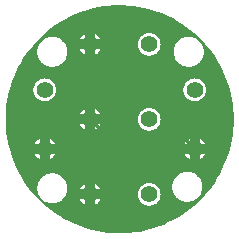
<source format=gtl>
G04 Layer: TopLayer*
G04 EasyEDA v6.5.40, 2024-06-15 17:03:23*
G04 e63031535b224d068feaf967c7116de5,10*
G04 Gerber Generator version 0.2*
G04 Scale: 100 percent, Rotated: No, Reflected: No *
G04 Dimensions in millimeters *
G04 leading zeros omitted , absolute positions ,4 integer and 5 decimal *
%FSLAX45Y45*%
%MOMM*%

%ADD10C,0.2540*%
%ADD11C,1.4000*%
%ADD12C,0.6200*%

%LPD*%
G36*
X6148374Y5194147D02*
G01*
X6104737Y5195620D01*
X6061252Y5199075D01*
X6017971Y5204510D01*
X5974943Y5211876D01*
X5932322Y5221224D01*
X5890158Y5232400D01*
X5848553Y5245557D01*
X5807557Y5260543D01*
X5767273Y5277358D01*
X5727801Y5295950D01*
X5689244Y5316372D01*
X5651601Y5338470D01*
X5615025Y5362244D01*
X5579567Y5387695D01*
X5545277Y5414670D01*
X5512257Y5443169D01*
X5480558Y5473141D01*
X5450230Y5504535D01*
X5421376Y5537250D01*
X5393994Y5571236D01*
X5368188Y5606440D01*
X5344007Y5642762D01*
X5321503Y5680151D01*
X5300675Y5718505D01*
X5281625Y5757773D01*
X5264404Y5797854D01*
X5248960Y5838647D01*
X5235397Y5880150D01*
X5223713Y5922162D01*
X5213959Y5964682D01*
X5206085Y6007608D01*
X5200243Y6050838D01*
X5196281Y6094323D01*
X5194350Y6137910D01*
X5194350Y6181547D01*
X5196332Y6225133D01*
X5200294Y6268618D01*
X5206187Y6311849D01*
X5214061Y6354775D01*
X5223814Y6397294D01*
X5235549Y6439306D01*
X5249113Y6480759D01*
X5264556Y6521602D01*
X5281828Y6561632D01*
X5300929Y6600901D01*
X5321706Y6639255D01*
X5344261Y6676644D01*
X5368442Y6712915D01*
X5394299Y6748119D01*
X5421680Y6782104D01*
X5450535Y6814769D01*
X5480862Y6846163D01*
X5512612Y6876135D01*
X5545632Y6904634D01*
X5579922Y6931609D01*
X5615432Y6957009D01*
X5652008Y6980783D01*
X5689650Y7002881D01*
X5728258Y7023252D01*
X5767730Y7041845D01*
X5807964Y7058659D01*
X5848959Y7073595D01*
X5890564Y7086701D01*
X5932779Y7097928D01*
X5975400Y7107174D01*
X6018428Y7114540D01*
X6061710Y7119924D01*
X6105194Y7123379D01*
X6148832Y7124852D01*
X6192469Y7124344D01*
X6236004Y7121855D01*
X6279438Y7117435D01*
X6322568Y7111034D01*
X6365443Y7102703D01*
X6407810Y7092442D01*
X6449720Y7080250D01*
X6491020Y7066178D01*
X6531660Y7050278D01*
X6571538Y7032548D01*
X6610603Y7013041D01*
X6648703Y6991807D01*
X6685788Y6968845D01*
X6721856Y6944207D01*
X6756704Y6917994D01*
X6790385Y6890258D01*
X6822744Y6860997D01*
X6853783Y6830314D01*
X6883400Y6798259D01*
X6911492Y6764883D01*
X6938111Y6730288D01*
X6963105Y6694525D01*
X6986473Y6657644D01*
X7008114Y6619798D01*
X7028027Y6580987D01*
X7046214Y6541312D01*
X7062571Y6500825D01*
X7077049Y6459677D01*
X7089698Y6417919D01*
X7100417Y6375603D01*
X7109206Y6332880D01*
X7116064Y6289802D01*
X7120991Y6246418D01*
X7123938Y6202883D01*
X7124903Y6159246D01*
X7123938Y6115659D01*
X7120940Y6072124D01*
X7116013Y6028740D01*
X7109155Y5985662D01*
X7100316Y5942939D01*
X7089546Y5900623D01*
X7076897Y5858865D01*
X7062368Y5817717D01*
X7046010Y5777280D01*
X7027824Y5737606D01*
X7007910Y5698794D01*
X6986219Y5660948D01*
X6962851Y5624068D01*
X6937806Y5588355D01*
X6911238Y5553760D01*
X6883095Y5520385D01*
X6853478Y5488330D01*
X6822440Y5457698D01*
X6790029Y5428437D01*
X6756349Y5400700D01*
X6721449Y5374487D01*
X6685432Y5349900D01*
X6648297Y5326989D01*
X6610197Y5305755D01*
X6571132Y5286248D01*
X6531254Y5268518D01*
X6490614Y5252669D01*
X6449314Y5238597D01*
X6407404Y5226456D01*
X6364986Y5216194D01*
X6322161Y5207863D01*
X6278981Y5201513D01*
X6235547Y5197094D01*
X6192012Y5194655D01*
G37*

%LPC*%
G36*
X6402933Y5428843D02*
G01*
X6416040Y5428843D01*
X6428994Y5430621D01*
X6441592Y5434177D01*
X6453581Y5439359D01*
X6464757Y5446166D01*
X6474917Y5454446D01*
X6483858Y5463997D01*
X6491427Y5474665D01*
X6497421Y5486298D01*
X6501790Y5498642D01*
X6504482Y5511444D01*
X6505346Y5524500D01*
X6504482Y5537555D01*
X6501790Y5550357D01*
X6497421Y5562701D01*
X6491427Y5574334D01*
X6483858Y5585002D01*
X6474917Y5594604D01*
X6464757Y5602833D01*
X6453581Y5609640D01*
X6441592Y5614873D01*
X6428994Y5618378D01*
X6416040Y5620156D01*
X6402933Y5620156D01*
X6389979Y5618378D01*
X6377381Y5614873D01*
X6365392Y5609640D01*
X6354216Y5602833D01*
X6344056Y5594604D01*
X6335115Y5585002D01*
X6327546Y5574334D01*
X6321552Y5562701D01*
X6317183Y5550357D01*
X6314490Y5537555D01*
X6313627Y5524500D01*
X6314490Y5511444D01*
X6317183Y5498642D01*
X6321552Y5486298D01*
X6327546Y5474665D01*
X6335115Y5463997D01*
X6344056Y5454446D01*
X6354216Y5446166D01*
X6365392Y5439359D01*
X6377381Y5434177D01*
X6389979Y5430621D01*
G37*
G36*
X5868162Y5438190D02*
G01*
X5868162Y5483148D01*
X5823153Y5483148D01*
X5827572Y5474665D01*
X5835091Y5463997D01*
X5844032Y5454446D01*
X5854192Y5446166D01*
X5865368Y5439359D01*
G37*
G36*
X5950813Y5438190D02*
G01*
X5953607Y5439359D01*
X5964783Y5446166D01*
X5974943Y5454446D01*
X5983884Y5463997D01*
X5991402Y5474665D01*
X5995822Y5483148D01*
X5950813Y5483148D01*
G37*
G36*
X5588000Y5447792D02*
G01*
X5603392Y5448757D01*
X5618530Y5451500D01*
X5633212Y5456072D01*
X5647232Y5462422D01*
X5660440Y5470398D01*
X5672531Y5479897D01*
X5683402Y5490768D01*
X5692902Y5502859D01*
X5700877Y5516067D01*
X5707227Y5530088D01*
X5711799Y5544769D01*
X5714542Y5559907D01*
X5715508Y5575300D01*
X5714542Y5590692D01*
X5711799Y5605830D01*
X5707227Y5620512D01*
X5700877Y5634532D01*
X5692902Y5647740D01*
X5683402Y5659831D01*
X5672531Y5670702D01*
X5660440Y5680202D01*
X5647232Y5688177D01*
X5633212Y5694527D01*
X5618530Y5699099D01*
X5603392Y5701842D01*
X5588000Y5702808D01*
X5572607Y5701842D01*
X5557469Y5699099D01*
X5542788Y5694527D01*
X5528767Y5688177D01*
X5515559Y5680202D01*
X5503468Y5670702D01*
X5492597Y5659831D01*
X5483098Y5647740D01*
X5475122Y5634532D01*
X5468772Y5620512D01*
X5464200Y5605830D01*
X5461457Y5590692D01*
X5460492Y5575300D01*
X5461457Y5559907D01*
X5464200Y5544769D01*
X5468772Y5530088D01*
X5475122Y5516067D01*
X5483098Y5502859D01*
X5492597Y5490768D01*
X5503468Y5479897D01*
X5515559Y5470398D01*
X5528767Y5462422D01*
X5542788Y5456072D01*
X5557469Y5451500D01*
X5572607Y5448757D01*
G37*
G36*
X6731000Y5460492D02*
G01*
X6746392Y5461457D01*
X6761530Y5464200D01*
X6776212Y5468772D01*
X6790232Y5475122D01*
X6803440Y5483098D01*
X6815531Y5492597D01*
X6826402Y5503468D01*
X6835902Y5515559D01*
X6843877Y5528767D01*
X6850227Y5542788D01*
X6854799Y5557469D01*
X6857542Y5572607D01*
X6858508Y5588000D01*
X6857542Y5603392D01*
X6854799Y5618530D01*
X6850227Y5633212D01*
X6843877Y5647232D01*
X6835902Y5660440D01*
X6826402Y5672531D01*
X6815531Y5683402D01*
X6803440Y5692902D01*
X6790232Y5700877D01*
X6776212Y5707227D01*
X6761530Y5711799D01*
X6746392Y5714542D01*
X6731000Y5715508D01*
X6715607Y5714542D01*
X6700469Y5711799D01*
X6685788Y5707227D01*
X6671767Y5700877D01*
X6658559Y5692902D01*
X6646468Y5683402D01*
X6635597Y5672531D01*
X6626098Y5660440D01*
X6618122Y5647232D01*
X6611772Y5633212D01*
X6607200Y5618530D01*
X6604457Y5603392D01*
X6603492Y5588000D01*
X6604457Y5572607D01*
X6607200Y5557469D01*
X6611772Y5542788D01*
X6618122Y5528767D01*
X6626098Y5515559D01*
X6635597Y5503468D01*
X6646468Y5492597D01*
X6658559Y5483098D01*
X6671767Y5475122D01*
X6685788Y5468772D01*
X6700469Y5464200D01*
X6715607Y5461457D01*
G37*
G36*
X5823153Y5565851D02*
G01*
X5868162Y5565851D01*
X5868162Y5610860D01*
X5865368Y5609640D01*
X5854192Y5602833D01*
X5844032Y5594604D01*
X5835091Y5585002D01*
X5827572Y5574334D01*
G37*
G36*
X5950813Y5565851D02*
G01*
X5995822Y5565851D01*
X5991402Y5574334D01*
X5983884Y5585002D01*
X5974943Y5594604D01*
X5964783Y5602833D01*
X5953607Y5609640D01*
X5950813Y5610860D01*
G37*
G36*
X5565851Y5823153D02*
G01*
X5574334Y5827572D01*
X5585002Y5835091D01*
X5594553Y5844032D01*
X5602833Y5854192D01*
X5609640Y5865368D01*
X5610809Y5868162D01*
X5565851Y5868162D01*
G37*
G36*
X6835851Y5823153D02*
G01*
X6844334Y5827572D01*
X6855002Y5835091D01*
X6864553Y5844032D01*
X6872833Y5854192D01*
X6879640Y5865368D01*
X6880809Y5868162D01*
X6835851Y5868162D01*
G37*
G36*
X5483148Y5823153D02*
G01*
X5483148Y5868162D01*
X5438140Y5868162D01*
X5439359Y5865368D01*
X5446166Y5854192D01*
X5454396Y5844032D01*
X5463997Y5835091D01*
X5474665Y5827572D01*
G37*
G36*
X6753148Y5823153D02*
G01*
X6753148Y5868162D01*
X6708140Y5868162D01*
X6709359Y5865368D01*
X6716166Y5854192D01*
X6724396Y5844032D01*
X6733997Y5835091D01*
X6744665Y5827572D01*
G37*
G36*
X6708140Y5950813D02*
G01*
X6753148Y5950813D01*
X6753148Y5995822D01*
X6744665Y5991402D01*
X6733997Y5983884D01*
X6724396Y5974943D01*
X6716166Y5964783D01*
X6709359Y5953607D01*
G37*
G36*
X5438140Y5950813D02*
G01*
X5483148Y5950813D01*
X5483148Y5995822D01*
X5474665Y5991402D01*
X5463997Y5983884D01*
X5454396Y5974943D01*
X5446166Y5964783D01*
X5439359Y5953607D01*
G37*
G36*
X5565851Y5950813D02*
G01*
X5610809Y5950813D01*
X5609640Y5953607D01*
X5602833Y5964783D01*
X5594553Y5974943D01*
X5585002Y5983884D01*
X5574334Y5991402D01*
X5565851Y5995822D01*
G37*
G36*
X6835851Y5950813D02*
G01*
X6880809Y5950813D01*
X6879640Y5953607D01*
X6872833Y5964783D01*
X6864553Y5974943D01*
X6855002Y5983884D01*
X6844334Y5991402D01*
X6835851Y5995822D01*
G37*
G36*
X6402933Y6063843D02*
G01*
X6416040Y6063843D01*
X6428994Y6065621D01*
X6441592Y6069177D01*
X6453581Y6074359D01*
X6464757Y6081166D01*
X6474917Y6089446D01*
X6483858Y6098997D01*
X6491427Y6109665D01*
X6497421Y6121298D01*
X6501790Y6133642D01*
X6504482Y6146444D01*
X6505346Y6159500D01*
X6504482Y6172555D01*
X6501790Y6185357D01*
X6497421Y6197701D01*
X6491427Y6209334D01*
X6483858Y6220002D01*
X6474917Y6229604D01*
X6464757Y6237833D01*
X6453581Y6244640D01*
X6441592Y6249873D01*
X6428994Y6253378D01*
X6416040Y6255156D01*
X6402933Y6255156D01*
X6389979Y6253378D01*
X6377381Y6249873D01*
X6365392Y6244640D01*
X6354216Y6237833D01*
X6344056Y6229604D01*
X6335115Y6220002D01*
X6327546Y6209334D01*
X6321552Y6197701D01*
X6317183Y6185357D01*
X6314490Y6172555D01*
X6313627Y6159500D01*
X6314490Y6146444D01*
X6317183Y6133642D01*
X6321552Y6121298D01*
X6327546Y6109665D01*
X6335115Y6098997D01*
X6344056Y6089446D01*
X6354216Y6081166D01*
X6365392Y6074359D01*
X6377381Y6069177D01*
X6389979Y6065621D01*
G37*
G36*
X5950813Y6073190D02*
G01*
X5953607Y6074359D01*
X5964783Y6081166D01*
X5974943Y6089446D01*
X5983884Y6098997D01*
X5991402Y6109665D01*
X5995822Y6118148D01*
X5950813Y6118148D01*
G37*
G36*
X5868162Y6073190D02*
G01*
X5868162Y6118148D01*
X5823153Y6118148D01*
X5827572Y6109665D01*
X5835091Y6098997D01*
X5844032Y6089446D01*
X5854192Y6081166D01*
X5865368Y6074359D01*
G37*
G36*
X5950813Y6200851D02*
G01*
X5995822Y6200851D01*
X5991402Y6209334D01*
X5983884Y6220002D01*
X5974943Y6229604D01*
X5964783Y6237833D01*
X5953607Y6244640D01*
X5950813Y6245860D01*
G37*
G36*
X5823153Y6200851D02*
G01*
X5868162Y6200851D01*
X5868162Y6245860D01*
X5865368Y6244640D01*
X5854192Y6237833D01*
X5844032Y6229604D01*
X5835091Y6220002D01*
X5827572Y6209334D01*
G37*
G36*
X6794500Y6313627D02*
G01*
X6807555Y6314490D01*
X6820357Y6317183D01*
X6832701Y6321552D01*
X6844334Y6327546D01*
X6855002Y6335115D01*
X6864553Y6344056D01*
X6872833Y6354216D01*
X6879640Y6365392D01*
X6884822Y6377381D01*
X6888378Y6389979D01*
X6890156Y6402933D01*
X6890156Y6416040D01*
X6888378Y6428994D01*
X6884822Y6441592D01*
X6879640Y6453581D01*
X6872833Y6464757D01*
X6864553Y6474917D01*
X6855002Y6483858D01*
X6844334Y6491427D01*
X6832701Y6497421D01*
X6820357Y6501790D01*
X6807555Y6504482D01*
X6794500Y6505346D01*
X6781444Y6504482D01*
X6768642Y6501790D01*
X6756298Y6497421D01*
X6744665Y6491427D01*
X6733997Y6483858D01*
X6724396Y6474917D01*
X6716166Y6464757D01*
X6709359Y6453581D01*
X6704126Y6441592D01*
X6700621Y6428994D01*
X6698843Y6416040D01*
X6698843Y6402933D01*
X6700621Y6389979D01*
X6704126Y6377381D01*
X6709359Y6365392D01*
X6716166Y6354216D01*
X6724396Y6344056D01*
X6733997Y6335115D01*
X6744665Y6327546D01*
X6756298Y6321552D01*
X6768642Y6317183D01*
X6781444Y6314490D01*
G37*
G36*
X5524500Y6313627D02*
G01*
X5537555Y6314490D01*
X5550357Y6317183D01*
X5562701Y6321552D01*
X5574334Y6327546D01*
X5585002Y6335115D01*
X5594553Y6344056D01*
X5602833Y6354216D01*
X5609640Y6365392D01*
X5614822Y6377381D01*
X5618378Y6389979D01*
X5620156Y6402933D01*
X5620156Y6416040D01*
X5618378Y6428994D01*
X5614822Y6441592D01*
X5609640Y6453581D01*
X5602833Y6464757D01*
X5594553Y6474917D01*
X5585002Y6483858D01*
X5574334Y6491427D01*
X5562701Y6497421D01*
X5550357Y6501790D01*
X5537555Y6504482D01*
X5524500Y6505346D01*
X5511444Y6504482D01*
X5498642Y6501790D01*
X5486298Y6497421D01*
X5474665Y6491427D01*
X5463997Y6483858D01*
X5454396Y6474917D01*
X5446166Y6464757D01*
X5439359Y6453581D01*
X5434126Y6441592D01*
X5430621Y6428994D01*
X5428843Y6416040D01*
X5428843Y6402933D01*
X5430621Y6389979D01*
X5434126Y6377381D01*
X5439359Y6365392D01*
X5446166Y6354216D01*
X5454396Y6344056D01*
X5463997Y6335115D01*
X5474665Y6327546D01*
X5486298Y6321552D01*
X5498642Y6317183D01*
X5511444Y6314490D01*
G37*
G36*
X6743700Y6603492D02*
G01*
X6759092Y6604457D01*
X6774230Y6607200D01*
X6788912Y6611772D01*
X6802932Y6618122D01*
X6816140Y6626098D01*
X6828231Y6635597D01*
X6839102Y6646468D01*
X6848602Y6658559D01*
X6856577Y6671767D01*
X6862927Y6685788D01*
X6867499Y6700469D01*
X6870242Y6715607D01*
X6871208Y6731000D01*
X6870242Y6746392D01*
X6867499Y6761530D01*
X6862927Y6776212D01*
X6856577Y6790232D01*
X6848602Y6803440D01*
X6839102Y6815531D01*
X6828231Y6826402D01*
X6816140Y6835902D01*
X6802932Y6843877D01*
X6788912Y6850227D01*
X6774230Y6854799D01*
X6759092Y6857542D01*
X6743700Y6858508D01*
X6728307Y6857542D01*
X6713169Y6854799D01*
X6698488Y6850227D01*
X6684467Y6843877D01*
X6671259Y6835902D01*
X6659168Y6826402D01*
X6648297Y6815531D01*
X6638798Y6803440D01*
X6630822Y6790232D01*
X6624472Y6776212D01*
X6619900Y6761530D01*
X6617157Y6746392D01*
X6616192Y6731000D01*
X6617157Y6715607D01*
X6619900Y6700469D01*
X6624472Y6685788D01*
X6630822Y6671767D01*
X6638798Y6658559D01*
X6648297Y6646468D01*
X6659168Y6635597D01*
X6671259Y6626098D01*
X6684467Y6618122D01*
X6698488Y6611772D01*
X6713169Y6607200D01*
X6728307Y6604457D01*
G37*
G36*
X5588000Y6603492D02*
G01*
X5603392Y6604457D01*
X5618530Y6607200D01*
X5633212Y6611772D01*
X5647232Y6618122D01*
X5660440Y6626098D01*
X5672531Y6635597D01*
X5683402Y6646468D01*
X5692902Y6658559D01*
X5700877Y6671767D01*
X5707227Y6685788D01*
X5711799Y6700469D01*
X5714542Y6715607D01*
X5715508Y6731000D01*
X5714542Y6746392D01*
X5711799Y6761530D01*
X5707227Y6776212D01*
X5700877Y6790232D01*
X5692902Y6803440D01*
X5683402Y6815531D01*
X5672531Y6826402D01*
X5660440Y6835902D01*
X5647232Y6843877D01*
X5633212Y6850227D01*
X5618530Y6854799D01*
X5603392Y6857542D01*
X5588000Y6858508D01*
X5572607Y6857542D01*
X5557469Y6854799D01*
X5542788Y6850227D01*
X5528767Y6843877D01*
X5515559Y6835902D01*
X5503468Y6826402D01*
X5492597Y6815531D01*
X5483098Y6803440D01*
X5475122Y6790232D01*
X5468772Y6776212D01*
X5464200Y6761530D01*
X5461457Y6746392D01*
X5460492Y6731000D01*
X5461457Y6715607D01*
X5464200Y6700469D01*
X5468772Y6685788D01*
X5475122Y6671767D01*
X5483098Y6658559D01*
X5492597Y6646468D01*
X5503468Y6635597D01*
X5515559Y6626098D01*
X5528767Y6618122D01*
X5542788Y6611772D01*
X5557469Y6607200D01*
X5572607Y6604457D01*
G37*
G36*
X6402933Y6698843D02*
G01*
X6416040Y6698843D01*
X6428994Y6700621D01*
X6441592Y6704177D01*
X6453581Y6709359D01*
X6464757Y6716166D01*
X6474917Y6724446D01*
X6483858Y6733997D01*
X6491427Y6744665D01*
X6497421Y6756298D01*
X6501790Y6768642D01*
X6504482Y6781444D01*
X6505346Y6794500D01*
X6504482Y6807555D01*
X6501790Y6820357D01*
X6497421Y6832701D01*
X6491427Y6844334D01*
X6483858Y6855002D01*
X6474917Y6864603D01*
X6464757Y6872833D01*
X6453581Y6879640D01*
X6441592Y6884873D01*
X6428994Y6888378D01*
X6416040Y6890156D01*
X6402933Y6890156D01*
X6389979Y6888378D01*
X6377381Y6884873D01*
X6365392Y6879640D01*
X6354216Y6872833D01*
X6344056Y6864603D01*
X6335115Y6855002D01*
X6327546Y6844334D01*
X6321552Y6832701D01*
X6317183Y6820357D01*
X6314490Y6807555D01*
X6313627Y6794500D01*
X6314490Y6781444D01*
X6317183Y6768642D01*
X6321552Y6756298D01*
X6327546Y6744665D01*
X6335115Y6733997D01*
X6344056Y6724446D01*
X6354216Y6716166D01*
X6365392Y6709359D01*
X6377381Y6704177D01*
X6389979Y6700621D01*
G37*
G36*
X5950813Y6708190D02*
G01*
X5953607Y6709359D01*
X5964783Y6716166D01*
X5974943Y6724446D01*
X5983884Y6733997D01*
X5991402Y6744665D01*
X5995822Y6753148D01*
X5950813Y6753148D01*
G37*
G36*
X5868162Y6708190D02*
G01*
X5868162Y6753148D01*
X5823153Y6753148D01*
X5827572Y6744665D01*
X5835091Y6733997D01*
X5844032Y6724446D01*
X5854192Y6716166D01*
X5865368Y6709359D01*
G37*
G36*
X5950813Y6835851D02*
G01*
X5995822Y6835851D01*
X5991402Y6844334D01*
X5983884Y6855002D01*
X5974943Y6864603D01*
X5964783Y6872833D01*
X5953607Y6879640D01*
X5950813Y6880859D01*
G37*
G36*
X5823153Y6835851D02*
G01*
X5868162Y6835851D01*
X5868162Y6880859D01*
X5865368Y6879640D01*
X5854192Y6872833D01*
X5844032Y6864603D01*
X5835091Y6855002D01*
X5827572Y6844334D01*
G37*

%LPD*%
D10*
X5909500Y6159500D02*
G01*
X6061900Y6007100D01*
X6696900Y6007100D01*
X6794500Y5909500D01*
D11*
G01*
X5909513Y6159500D03*
G01*
X6409512Y6159500D03*
G01*
X5524500Y5909487D03*
G01*
X5524500Y6409486D03*
G01*
X6794500Y5909487D03*
G01*
X6794500Y6409486D03*
G01*
X5909513Y5524500D03*
G01*
X6409512Y5524500D03*
G01*
X5909513Y6794500D03*
G01*
X6409512Y6794500D03*
D12*
G01*
X6578600Y6540500D03*
M02*

</source>
